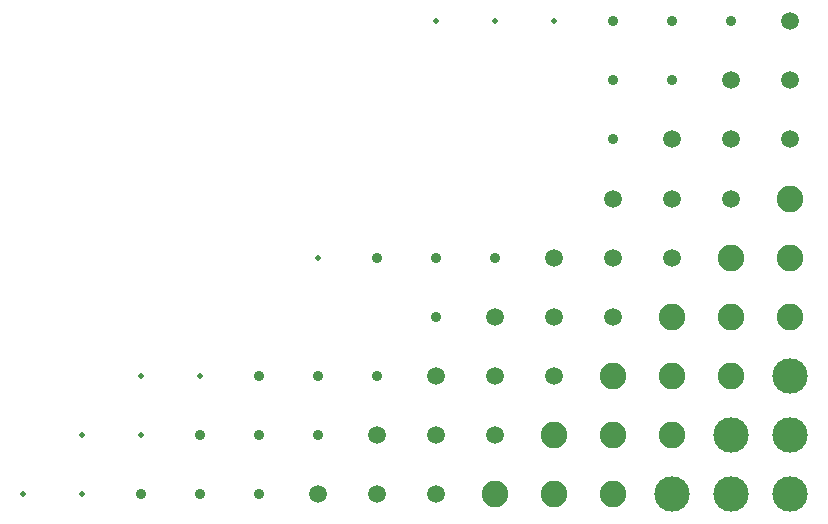
<source format=gbl>
G75*
%MOIN*%
%OFA0B0*%
%FSLAX25Y25*%
%IPPOS*%
%LPD*%
%AMOC8*
5,1,8,0,0,1.08239X$1,22.5*
%
%ADD10C,0.11811*%
%ADD11C,0.08858*%
%ADD12C,0.05906*%
%ADD13C,0.03569*%
%ADD14C,0.01994*%
D10*
X0276610Y0020705D03*
X0296295Y0020705D03*
X0315980Y0020705D03*
X0315980Y0040390D03*
X0296295Y0040390D03*
X0315980Y0060075D03*
D11*
X0296295Y0060075D03*
X0276610Y0060075D03*
X0256925Y0060075D03*
X0256925Y0040390D03*
X0237240Y0040390D03*
X0237240Y0020705D03*
X0217555Y0020705D03*
X0256925Y0020705D03*
X0276610Y0040390D03*
X0276610Y0079760D03*
X0296295Y0079760D03*
X0315980Y0079760D03*
X0315980Y0099445D03*
X0296295Y0099445D03*
X0315980Y0119130D03*
D12*
X0296295Y0119130D03*
X0276610Y0119130D03*
X0256925Y0119130D03*
X0256925Y0099445D03*
X0237240Y0099445D03*
X0237240Y0079760D03*
X0217555Y0079760D03*
X0217555Y0060075D03*
X0197870Y0060075D03*
X0197870Y0040390D03*
X0178185Y0040390D03*
X0178185Y0020705D03*
X0158500Y0020705D03*
X0197870Y0020705D03*
X0217555Y0040390D03*
X0237240Y0060075D03*
X0256925Y0079760D03*
X0276610Y0099445D03*
X0276610Y0138815D03*
X0296295Y0138815D03*
X0315980Y0138815D03*
X0315980Y0158500D03*
X0296295Y0158500D03*
X0315980Y0178185D03*
D13*
X0296295Y0178185D03*
X0276610Y0178185D03*
X0256925Y0178185D03*
X0256925Y0158500D03*
X0276610Y0158500D03*
X0256925Y0138815D03*
X0217555Y0099445D03*
X0197870Y0099445D03*
X0178185Y0099445D03*
X0197870Y0079760D03*
X0178185Y0060075D03*
X0158500Y0060075D03*
X0138815Y0060075D03*
X0138815Y0040390D03*
X0158500Y0040390D03*
X0138815Y0020705D03*
X0119130Y0020705D03*
X0099445Y0020705D03*
X0119130Y0040390D03*
D14*
X0060075Y0020705D03*
X0079760Y0020705D03*
X0079760Y0040390D03*
X0099445Y0040390D03*
X0099445Y0060075D03*
X0119130Y0060075D03*
X0158500Y0099445D03*
X0197870Y0178185D03*
X0217555Y0178185D03*
X0237240Y0178185D03*
M02*

</source>
